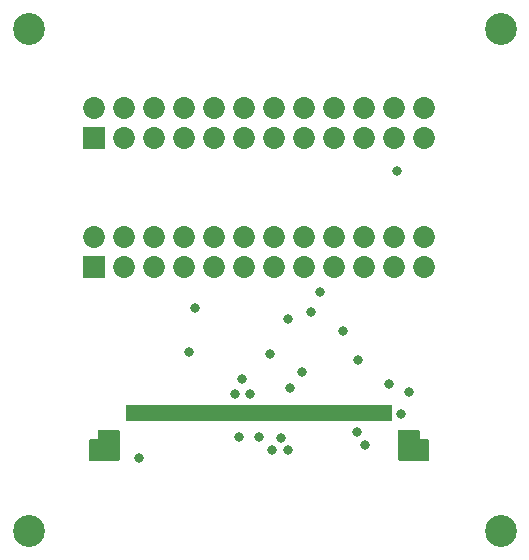
<source format=gbr>
%TF.GenerationSoftware,Altium Limited,Altium Designer,23.2.1 (34)*%
G04 Layer_Color=8388736*
%FSLAX45Y45*%
%MOMM*%
%TF.SameCoordinates,7D16A08E-AD26-414A-B05A-F9FA4662990C*%
%TF.FilePolarity,Negative*%
%TF.FileFunction,Soldermask,Top*%
%TF.Part,Single*%
G01*
G75*
%TA.AperFunction,ComponentPad*%
%ADD17C,1.85320*%
%ADD18R,1.85320X1.85320*%
%TA.AperFunction,ViaPad*%
%ADD19C,2.70320*%
%ADD20C,0.80320*%
%TA.AperFunction,SMDPad,CuDef*%
%ADD25R,1.20320X1.20320*%
%ADD26R,0.50320X1.40320*%
G36*
X3511330Y3602975D02*
X3512636Y3602715D01*
X3513897Y3602287D01*
X3515092Y3601698D01*
X3516199Y3600958D01*
X3517200Y3600080D01*
X3518078Y3599078D01*
X3518818Y3597971D01*
X3519407Y3596776D01*
X3519835Y3595515D01*
X3520095Y3594209D01*
X3520182Y3592880D01*
Y3352880D01*
X3520095Y3351551D01*
X3519835Y3350245D01*
X3519407Y3348984D01*
X3518818Y3347789D01*
X3518078Y3346682D01*
X3517200Y3345680D01*
X3516199Y3344802D01*
X3515092Y3344062D01*
X3513897Y3343473D01*
X3512636Y3343045D01*
X3511330Y3342785D01*
X3510001Y3342698D01*
X3270001D01*
X3268672Y3342785D01*
X3267365Y3343045D01*
X3266104Y3343473D01*
X3264910Y3344062D01*
X3263802Y3344802D01*
X3262801Y3345680D01*
X3261923Y3346682D01*
X3261183Y3347789D01*
X3260594Y3348984D01*
X3260166Y3350245D01*
X3259906Y3351551D01*
X3259819Y3352880D01*
Y3512880D01*
X3259906Y3514209D01*
X3260166Y3515515D01*
X3260594Y3516776D01*
X3261183Y3517971D01*
X3261923Y3519078D01*
X3262801Y3520080D01*
X3263802Y3520958D01*
X3264910Y3521698D01*
X3266104Y3522287D01*
X3267365Y3522715D01*
X3268672Y3522975D01*
X3270001Y3523062D01*
X3339819D01*
Y3592880D01*
X3339906Y3594209D01*
X3340166Y3595515D01*
X3340594Y3596776D01*
X3341183Y3597971D01*
X3341923Y3599078D01*
X3342801Y3600080D01*
X3343802Y3600958D01*
X3344910Y3601698D01*
X3346104Y3602287D01*
X3347365Y3602715D01*
X3348672Y3602975D01*
X3350001Y3603062D01*
X3510001D01*
X3511330Y3602975D01*
D02*
G37*
G36*
X6051330D02*
X6052636Y3602715D01*
X6053897Y3602287D01*
X6055092Y3601698D01*
X6056199Y3600958D01*
X6057200Y3600080D01*
X6058079Y3599078D01*
X6058818Y3597971D01*
X6059408Y3596776D01*
X6059836Y3595515D01*
X6060096Y3594209D01*
X6060183Y3592880D01*
Y3523062D01*
X6130001D01*
X6131330Y3522975D01*
X6132636Y3522715D01*
X6133897Y3522287D01*
X6135092Y3521698D01*
X6136199Y3520958D01*
X6137201Y3520080D01*
X6138079Y3519078D01*
X6138819Y3517971D01*
X6139408Y3516776D01*
X6139836Y3515515D01*
X6140096Y3514209D01*
X6140183Y3512880D01*
Y3352880D01*
X6140096Y3351551D01*
X6139836Y3350245D01*
X6139408Y3348984D01*
X6138819Y3347789D01*
X6138079Y3346682D01*
X6137201Y3345680D01*
X6136199Y3344802D01*
X6135092Y3344062D01*
X6133897Y3343473D01*
X6132636Y3343045D01*
X6131330Y3342785D01*
X6130001Y3342698D01*
X5890001D01*
X5888672Y3342785D01*
X5887366Y3343045D01*
X5886105Y3343473D01*
X5884910Y3344062D01*
X5883803Y3344802D01*
X5882801Y3345680D01*
X5881923Y3346682D01*
X5881183Y3347789D01*
X5880594Y3348984D01*
X5880166Y3350245D01*
X5879906Y3351551D01*
X5879819Y3352880D01*
Y3592880D01*
X5879906Y3594209D01*
X5880166Y3595515D01*
X5880594Y3596776D01*
X5881183Y3597971D01*
X5881923Y3599078D01*
X5882801Y3600080D01*
X5883803Y3600958D01*
X5884910Y3601698D01*
X5886105Y3602287D01*
X5887366Y3602715D01*
X5888672Y3602975D01*
X5890001Y3603062D01*
X6050001D01*
X6051330Y3602975D01*
D02*
G37*
D17*
X6097006Y6332382D02*
D03*
X5843006D02*
D03*
X6097006Y6078382D02*
D03*
X5843006D02*
D03*
X5335006Y6332382D02*
D03*
Y6078382D02*
D03*
X4827006Y6332382D02*
D03*
Y6078382D02*
D03*
X4065006Y6332382D02*
D03*
Y6078382D02*
D03*
X3811006Y6332382D02*
D03*
Y6078382D02*
D03*
X3303006Y6332382D02*
D03*
X3557006Y6078382D02*
D03*
Y6332382D02*
D03*
X4319006Y6078382D02*
D03*
Y6332382D02*
D03*
X4573006Y6078382D02*
D03*
Y6332382D02*
D03*
X5081006Y6078382D02*
D03*
Y6332382D02*
D03*
X5589006Y6078382D02*
D03*
Y6332382D02*
D03*
X6097001Y5232374D02*
D03*
X5843001D02*
D03*
X6097001Y4978374D02*
D03*
X5843001D02*
D03*
X5335001Y5232374D02*
D03*
Y4978374D02*
D03*
X4827001Y5232374D02*
D03*
Y4978374D02*
D03*
X4065001Y5232374D02*
D03*
Y4978374D02*
D03*
X3811001Y5232374D02*
D03*
Y4978374D02*
D03*
X3303001Y5232374D02*
D03*
X3557001Y4978374D02*
D03*
Y5232374D02*
D03*
X4319001Y4978374D02*
D03*
Y5232374D02*
D03*
X4573001Y4978374D02*
D03*
Y5232374D02*
D03*
X5081001Y4978374D02*
D03*
Y5232374D02*
D03*
X5589001Y4978374D02*
D03*
Y5232374D02*
D03*
D18*
X3303006Y6078382D02*
D03*
X3303001Y4978374D02*
D03*
D19*
X2750000Y7000000D02*
D03*
X6750000D02*
D03*
Y2750000D02*
D03*
X2750000D02*
D03*
D20*
X5415001Y4442480D02*
D03*
X4790000Y4250000D02*
D03*
X4961231Y3954150D02*
D03*
X5140000Y4600000D02*
D03*
X4950000Y4540000D02*
D03*
X4110001Y4265380D02*
D03*
X4160001Y4635380D02*
D03*
X4500001Y3905380D02*
D03*
X4560001Y4035380D02*
D03*
X5067645Y4089282D02*
D03*
X4950001Y3435380D02*
D03*
X4886600Y3538240D02*
D03*
X4701901Y3543320D02*
D03*
X4810001Y3435380D02*
D03*
X5798673Y3988080D02*
D03*
X5970001Y3925380D02*
D03*
X4620656Y3906540D02*
D03*
X5902681Y3738900D02*
D03*
X3685261Y3368060D02*
D03*
X5869661Y5798840D02*
D03*
X5529301Y3581420D02*
D03*
X5599999Y3474740D02*
D03*
X5219421Y4770140D02*
D03*
X4528541Y3543762D02*
D03*
X5536921Y4193083D02*
D03*
D25*
X5999998Y3467882D02*
D03*
X3399999D02*
D03*
D26*
X5799999Y3742878D02*
D03*
X5750001D02*
D03*
X5699999D02*
D03*
X5650002D02*
D03*
X5599999D02*
D03*
X5550002D02*
D03*
X5499999D02*
D03*
X5450002D02*
D03*
X5400000D02*
D03*
X5350002D02*
D03*
X5300000D02*
D03*
X5250002D02*
D03*
X5200000D02*
D03*
X5150003D02*
D03*
X5100000D02*
D03*
X5050003D02*
D03*
X5000000D02*
D03*
X4950003D02*
D03*
X4900001D02*
D03*
X4850003D02*
D03*
X4800001D02*
D03*
X4749998D02*
D03*
X4700001D02*
D03*
X4649999D02*
D03*
X4600001D02*
D03*
X4549999D02*
D03*
X4500001D02*
D03*
X4449999D02*
D03*
X4400002D02*
D03*
X4349999D02*
D03*
X4300002D02*
D03*
X4249999D02*
D03*
X4200002D02*
D03*
X4150000D02*
D03*
X4100002D02*
D03*
X4050000D02*
D03*
X4000002D02*
D03*
X3950000D02*
D03*
X3900003D02*
D03*
X3850000D02*
D03*
X3800003D02*
D03*
X3750000D02*
D03*
X3700003D02*
D03*
X3650001D02*
D03*
X3600003D02*
D03*
%TF.MD5,a9eb096a95fce66d2f7f32b4ea6d2ad4*%
M02*

</source>
